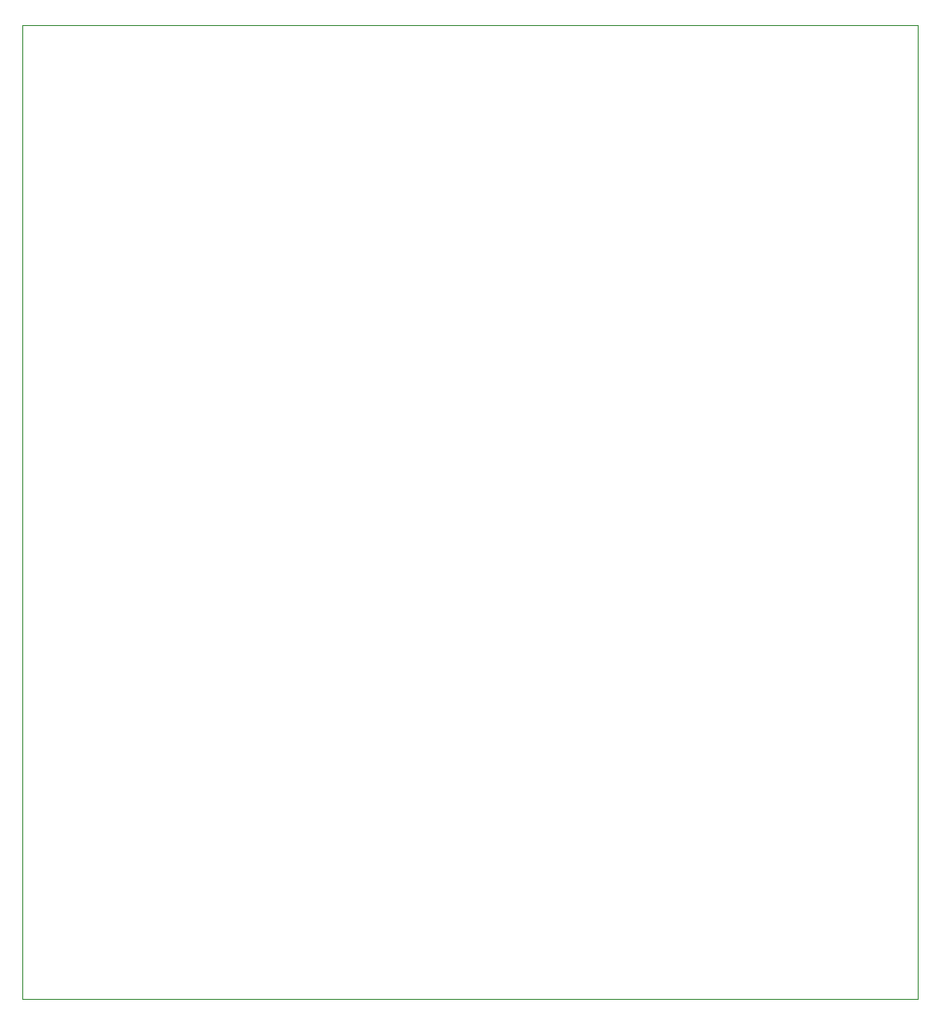
<source format=gbr>
%TF.GenerationSoftware,KiCad,Pcbnew,9.0.3-9.0.3-0~ubuntu24.04.1*%
%TF.CreationDate,2025-07-31T20:10:48-07:00*%
%TF.ProjectId,board,626f6172-642e-46b6-9963-61645f706362,rev?*%
%TF.SameCoordinates,Original*%
%TF.FileFunction,Profile,NP*%
%FSLAX46Y46*%
G04 Gerber Fmt 4.6, Leading zero omitted, Abs format (unit mm)*
G04 Created by KiCad (PCBNEW 9.0.3-9.0.3-0~ubuntu24.04.1) date 2025-07-31 20:10:48*
%MOMM*%
%LPD*%
G01*
G04 APERTURE LIST*
%TA.AperFunction,Profile*%
%ADD10C,0.050000*%
%TD*%
G04 APERTURE END LIST*
D10*
X153650000Y-23975000D02*
X235250000Y-23975000D01*
X235250000Y-112775000D01*
X153650000Y-112775000D01*
X153650000Y-23975000D01*
M02*

</source>
